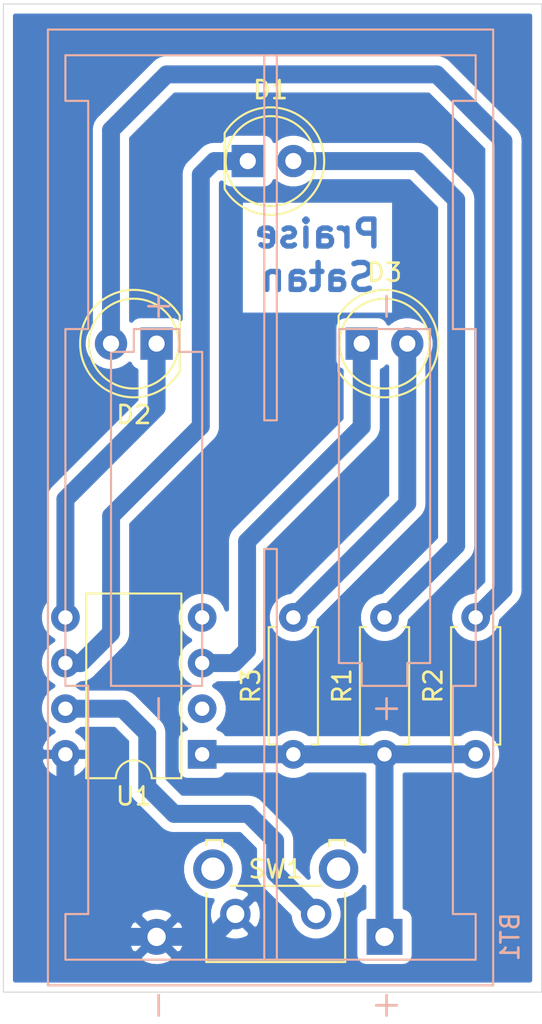
<source format=kicad_pcb>
(kicad_pcb (version 20171130) (host pcbnew 5.1.7-1.fc33)

  (general
    (thickness 1.6)
    (drawings 6)
    (tracks 46)
    (zones 0)
    (modules 9)
    (nets 12)
  )

  (page A4)
  (layers
    (0 F.Cu signal)
    (31 B.Cu signal)
    (32 B.Adhes user)
    (33 F.Adhes user)
    (34 B.Paste user)
    (35 F.Paste user)
    (36 B.SilkS user hide)
    (37 F.SilkS user)
    (38 B.Mask user)
    (39 F.Mask user)
    (40 Dwgs.User user)
    (41 Cmts.User user)
    (42 Eco1.User user)
    (43 Eco2.User user)
    (44 Edge.Cuts user)
    (45 Margin user)
    (46 B.CrtYd user)
    (47 F.CrtYd user)
    (48 B.Fab user)
    (49 F.Fab user)
  )

  (setup
    (last_trace_width 1)
    (trace_clearance 0.2)
    (zone_clearance 0.508)
    (zone_45_only no)
    (trace_min 0.2)
    (via_size 0.8)
    (via_drill 0.4)
    (via_min_size 0.4)
    (via_min_drill 0.3)
    (uvia_size 0.3)
    (uvia_drill 0.1)
    (uvias_allowed no)
    (uvia_min_size 0.2)
    (uvia_min_drill 0.1)
    (edge_width 0.05)
    (segment_width 0.2)
    (pcb_text_width 0.3)
    (pcb_text_size 1.5 1.5)
    (mod_edge_width 0.12)
    (mod_text_size 1 1)
    (mod_text_width 0.15)
    (pad_size 1.524 1.524)
    (pad_drill 0.762)
    (pad_to_mask_clearance 0)
    (aux_axis_origin 0 0)
    (visible_elements FFFFFF7F)
    (pcbplotparams
      (layerselection 0x010fc_ffffffff)
      (usegerberextensions false)
      (usegerberattributes true)
      (usegerberadvancedattributes true)
      (creategerberjobfile true)
      (excludeedgelayer true)
      (linewidth 0.100000)
      (plotframeref false)
      (viasonmask false)
      (mode 1)
      (useauxorigin false)
      (hpglpennumber 1)
      (hpglpenspeed 20)
      (hpglpendiameter 15.000000)
      (psnegative false)
      (psa4output false)
      (plotreference true)
      (plotvalue true)
      (plotinvisibletext false)
      (padsonsilk false)
      (subtractmaskfromsilk false)
      (outputformat 1)
      (mirror false)
      (drillshape 1)
      (scaleselection 1)
      (outputdirectory ""))
  )

  (net 0 "")
  (net 1 GND)
  (net 2 VCC)
  (net 3 "Net-(D1-Pad2)")
  (net 4 "Net-(D1-Pad1)")
  (net 5 "Net-(D2-Pad2)")
  (net 6 "Net-(D2-Pad1)")
  (net 7 "Net-(D3-Pad2)")
  (net 8 "Net-(D3-Pad1)")
  (net 9 "Net-(U1-Pad4)")
  (net 10 "Net-(U1-Pad2)")
  (net 11 "Net-(SW1-Pad1)")

  (net_class Default "This is the default net class."
    (clearance 0.2)
    (trace_width 1)
    (via_dia 0.8)
    (via_drill 0.4)
    (uvia_dia 0.3)
    (uvia_drill 0.1)
    (add_net GND)
    (add_net "Net-(D1-Pad1)")
    (add_net "Net-(D1-Pad2)")
    (add_net "Net-(D2-Pad1)")
    (add_net "Net-(D2-Pad2)")
    (add_net "Net-(D3-Pad1)")
    (add_net "Net-(D3-Pad2)")
    (add_net "Net-(SW1-Pad1)")
    (add_net "Net-(U1-Pad2)")
    (add_net "Net-(U1-Pad4)")
    (add_net VCC)
  )

  (module Battery:BatteryHolder_Keystone_2468_2xAAA (layer B.Cu) (tedit 5F7E3D5B) (tstamp 5F7E42D9)
    (at 121.2361 186.9238 90)
    (descr "2xAAA cell battery holder, Keystone P/N 2468, http://www.keyelco.com/product-pdf.cfm?p=1033")
    (tags "AAA battery cell holder")
    (path /5F8118D3)
    (fp_text reference BT1 (at 0 7 90) (layer B.SilkS)
      (effects (font (size 1 1) (thickness 0.15)) (justify mirror))
    )
    (fp_text value Battery (at 23.9 -7.35 90) (layer B.Fab)
      (effects (font (size 1 1) (thickness 0.15)) (justify mirror))
    )
    (fp_line (start 50.89 -19.15) (end 50.89 6.45) (layer B.CrtYd) (width 0.05))
    (fp_line (start -3.09 -19.15) (end 50.89 -19.15) (layer B.CrtYd) (width 0.05))
    (fp_line (start -3.09 6.45) (end -3.09 -19.15) (layer B.CrtYd) (width 0.05))
    (fp_line (start 50.89 6.45) (end -3.09 6.45) (layer B.CrtYd) (width 0.05))
    (fp_line (start 50.5 -18.75) (end 50.5 6.05) (layer B.SilkS) (width 0.12))
    (fp_line (start -2.7 -18.755) (end 50.5 -18.755) (layer B.SilkS) (width 0.12))
    (fp_line (start -2.7 6.05) (end -2.7 -18.75) (layer B.SilkS) (width 0.12))
    (fp_line (start 50.5 6.055) (end -2.7 6.055) (layer B.SilkS) (width 0.12))
    (fp_line (start 13.97 -15.24) (end 13.97 -10.16) (layer B.SilkS) (width 0.12))
    (fp_line (start 13.97 -10.16) (end 32.56 -10.16) (layer B.SilkS) (width 0.12))
    (fp_line (start 32.56 -10.16) (end 32.56 -11.43) (layer B.SilkS) (width 0.12))
    (fp_line (start 32.56 -11.43) (end 33.83 -11.43) (layer B.SilkS) (width 0.12))
    (fp_line (start 33.83 -11.43) (end 33.83 -13.97) (layer B.SilkS) (width 0.12))
    (fp_line (start 33.83 -13.97) (end 32.56 -13.97) (layer B.SilkS) (width 0.12))
    (fp_line (start 32.56 -13.97) (end 32.56 -15.24) (layer B.SilkS) (width 0.12))
    (fp_line (start 32.56 -15.24) (end 13.97 -15.24) (layer B.SilkS) (width 0.12))
    (fp_line (start 33.83 -2.54) (end 15.24 -2.54) (layer B.SilkS) (width 0.12))
    (fp_line (start 15.24 -2.54) (end 15.24 -1.27) (layer B.SilkS) (width 0.12))
    (fp_line (start 15.24 -1.27) (end 13.97 -1.27) (layer B.SilkS) (width 0.12))
    (fp_line (start 13.97 -1.27) (end 13.97 1.27) (layer B.SilkS) (width 0.12))
    (fp_line (start 13.97 1.27) (end 15.24 1.27) (layer B.SilkS) (width 0.12))
    (fp_line (start 15.24 1.27) (end 15.24 2.54) (layer B.SilkS) (width 0.12))
    (fp_line (start 15.24 2.54) (end 33.83 2.54) (layer B.SilkS) (width 0.12))
    (fp_line (start 33.83 2.54) (end 33.83 -2.54) (layer B.SilkS) (width 0.12))
    (fp_line (start -1.27 -6) (end 21.59 -6) (layer B.SilkS) (width 0.12))
    (fp_line (start 21.59 -6) (end 21.59 -6.7) (layer B.SilkS) (width 0.12))
    (fp_line (start 21.59 -6.7) (end -1.27 -6.7) (layer B.SilkS) (width 0.12))
    (fp_line (start 49.07 -6) (end 28.75 -6) (layer B.SilkS) (width 0.12))
    (fp_line (start 28.75 -6) (end 28.75 -6.7) (layer B.SilkS) (width 0.12))
    (fp_line (start 28.75 -6.7) (end 49.07 -6.7) (layer B.SilkS) (width 0.12))
    (fp_line (start 13.97 -16.51) (end 13.97 -17.78) (layer B.SilkS) (width 0.12))
    (fp_line (start 13.97 -17.78) (end 33.83 -17.78) (layer B.SilkS) (width 0.12))
    (fp_line (start 33.83 -17.78) (end 33.83 -16.51) (layer B.SilkS) (width 0.12))
    (fp_line (start 46.53 3.81) (end 33.83 3.81) (layer B.SilkS) (width 0.12))
    (fp_line (start 33.83 3.81) (end 33.83 5.08) (layer B.SilkS) (width 0.12))
    (fp_line (start 33.83 5.08) (end 13.97 5.08) (layer B.SilkS) (width 0.12))
    (fp_line (start 13.97 5.08) (end 13.97 3.81) (layer B.SilkS) (width 0.12))
    (fp_line (start 46.53 -16.51) (end 33.83 -16.51) (layer B.SilkS) (width 0.12))
    (fp_line (start 1.27 3.81) (end 13.97 3.81) (layer B.SilkS) (width 0.12))
    (fp_line (start 1.27 3.81) (end 1.27 5.08) (layer B.SilkS) (width 0.12))
    (fp_line (start 1.27 5.08) (end -1.27 5.08) (layer B.SilkS) (width 0.12))
    (fp_line (start -1.27 5.08) (end -1.27 -17.78) (layer B.SilkS) (width 0.12))
    (fp_line (start -1.27 -17.78) (end 1.27 -17.78) (layer B.SilkS) (width 0.12))
    (fp_line (start 1.27 -17.78) (end 1.27 -16.51) (layer B.SilkS) (width 0.12))
    (fp_line (start 1.27 -16.51) (end 13.97 -16.51) (layer B.SilkS) (width 0.12))
    (fp_line (start 49.07 5.08) (end 46.53 5.08) (layer B.SilkS) (width 0.12))
    (fp_line (start 46.53 5.08) (end 46.53 3.81) (layer B.SilkS) (width 0.12))
    (fp_line (start 49.07 5.08) (end 49.07 -17.78) (layer B.SilkS) (width 0.12))
    (fp_line (start 49.07 -17.78) (end 46.53 -17.78) (layer B.SilkS) (width 0.12))
    (fp_line (start 46.53 -17.78) (end 46.53 -16.51) (layer B.SilkS) (width 0.12))
    (fp_line (start -2.59 -18.645) (end -2.59 5.945) (layer B.Fab) (width 0.1))
    (fp_line (start 50.39 -18.645) (end 50.39 5.945) (layer B.Fab) (width 0.1))
    (fp_line (start -2.59 -18.645) (end 50.39 -18.645) (layer B.Fab) (width 0.1))
    (fp_line (start -2.59 5.945) (end 50.39 5.945) (layer B.Fab) (width 0.1))
    (fp_text user + (at 35.1 -12.7 90) (layer B.SilkS)
      (effects (font (size 1.5 1.5) (thickness 0.15)) (justify mirror))
    )
    (fp_text user - (at 12.7 -12.7 90) (layer B.SilkS)
      (effects (font (size 1.5 1.5) (thickness 0.15)) (justify mirror))
    )
    (fp_text user - (at 35.1 0 90) (layer B.SilkS)
      (effects (font (size 1.5 1.5) (thickness 0.15)) (justify mirror))
    )
    (fp_text user + (at 12.7 0 90) (layer B.SilkS)
      (effects (font (size 1.5 1.5) (thickness 0.15)) (justify mirror))
    )
    (fp_text user - (at -3.81 -12.7 90) (layer B.SilkS)
      (effects (font (size 1.5 1.5) (thickness 0.15)) (justify mirror))
    )
    (fp_text user + (at -3.81 0 90) (layer B.SilkS)
      (effects (font (size 1.5 1.5) (thickness 0.15)) (justify mirror))
    )
    (fp_text user %R (at 23.9 -5.35 90) (layer B.Fab)
      (effects (font (size 1 1) (thickness 0.15)) (justify mirror))
    )
    (pad 2 thru_hole circle (at 0 -12.7 90) (size 2 2) (drill 1.02) (layers *.Cu *.Mask)
      (net 1 GND))
    (pad 1 thru_hole rect (at 0 0 90) (size 2 2) (drill 1.02) (layers *.Cu *.Mask)
      (net 2 VCC))
    (model ${KISYS3DMOD}/Battery.3dshapes/BatteryHolder_Keystone_2468_2xAAA.wrl
      (at (xyz 0 0 0))
      (scale (xyz 1 1 1))
      (rotate (xyz 0 0 0))
    )
  )

  (module Package_DIP:DIP-8_W7.62mm (layer F.Cu) (tedit 5A02E8C5) (tstamp 5F7E421F)
    (at 111.0761 176.7638 180)
    (descr "8-lead though-hole mounted DIP package, row spacing 7.62 mm (300 mils)")
    (tags "THT DIP DIL PDIP 2.54mm 7.62mm 300mil")
    (path /5F7E3D0D)
    (fp_text reference U1 (at 3.81 -2.33) (layer F.SilkS)
      (effects (font (size 1 1) (thickness 0.15)))
    )
    (fp_text value PIC12F1822-IP (at 3.81 9.95) (layer F.Fab)
      (effects (font (size 1 1) (thickness 0.15)))
    )
    (fp_line (start 8.7 -1.55) (end -1.1 -1.55) (layer F.CrtYd) (width 0.05))
    (fp_line (start 8.7 9.15) (end 8.7 -1.55) (layer F.CrtYd) (width 0.05))
    (fp_line (start -1.1 9.15) (end 8.7 9.15) (layer F.CrtYd) (width 0.05))
    (fp_line (start -1.1 -1.55) (end -1.1 9.15) (layer F.CrtYd) (width 0.05))
    (fp_line (start 6.46 -1.33) (end 4.81 -1.33) (layer F.SilkS) (width 0.12))
    (fp_line (start 6.46 8.95) (end 6.46 -1.33) (layer F.SilkS) (width 0.12))
    (fp_line (start 1.16 8.95) (end 6.46 8.95) (layer F.SilkS) (width 0.12))
    (fp_line (start 1.16 -1.33) (end 1.16 8.95) (layer F.SilkS) (width 0.12))
    (fp_line (start 2.81 -1.33) (end 1.16 -1.33) (layer F.SilkS) (width 0.12))
    (fp_line (start 0.635 -0.27) (end 1.635 -1.27) (layer F.Fab) (width 0.1))
    (fp_line (start 0.635 8.89) (end 0.635 -0.27) (layer F.Fab) (width 0.1))
    (fp_line (start 6.985 8.89) (end 0.635 8.89) (layer F.Fab) (width 0.1))
    (fp_line (start 6.985 -1.27) (end 6.985 8.89) (layer F.Fab) (width 0.1))
    (fp_line (start 1.635 -1.27) (end 6.985 -1.27) (layer F.Fab) (width 0.1))
    (fp_text user %R (at 3.81 3.81) (layer F.Fab)
      (effects (font (size 1 1) (thickness 0.15)))
    )
    (fp_arc (start 3.81 -1.33) (end 2.81 -1.33) (angle -180) (layer F.SilkS) (width 0.12))
    (pad 8 thru_hole oval (at 7.62 0 180) (size 1.6 1.6) (drill 0.8) (layers *.Cu *.Mask)
      (net 1 GND))
    (pad 4 thru_hole oval (at 0 7.62 180) (size 1.6 1.6) (drill 0.8) (layers *.Cu *.Mask)
      (net 9 "Net-(U1-Pad4)"))
    (pad 7 thru_hole oval (at 7.62 2.54 180) (size 1.6 1.6) (drill 0.8) (layers *.Cu *.Mask)
      (net 11 "Net-(SW1-Pad1)"))
    (pad 3 thru_hole oval (at 0 5.08 180) (size 1.6 1.6) (drill 0.8) (layers *.Cu *.Mask)
      (net 8 "Net-(D3-Pad1)"))
    (pad 6 thru_hole oval (at 7.62 5.08 180) (size 1.6 1.6) (drill 0.8) (layers *.Cu *.Mask)
      (net 4 "Net-(D1-Pad1)"))
    (pad 2 thru_hole oval (at 0 2.54 180) (size 1.6 1.6) (drill 0.8) (layers *.Cu *.Mask)
      (net 10 "Net-(U1-Pad2)"))
    (pad 5 thru_hole oval (at 7.62 7.62 180) (size 1.6 1.6) (drill 0.8) (layers *.Cu *.Mask)
      (net 6 "Net-(D2-Pad1)"))
    (pad 1 thru_hole rect (at 0 0 180) (size 1.6 1.6) (drill 0.8) (layers *.Cu *.Mask)
      (net 2 VCC))
    (model ${KISYS3DMOD}/Package_DIP.3dshapes/DIP-8_W7.62mm.wrl
      (at (xyz 0 0 0))
      (scale (xyz 1 1 1))
      (rotate (xyz 0 0 0))
    )
  )

  (module Button_Switch_THT:SW_Tactile_SKHH_Angled (layer F.Cu) (tedit 5DD687FE) (tstamp 5F7EA6F5)
    (at 117.4261 185.6538 180)
    (descr "tactile switch 6mm ALPS SKHH right angle http://www.alps.com/prod/info/E/HTML/Tact/SnapIn/SKHH/SKHHLUA010.html")
    (tags "tactile switch 6mm ALPS SKHH right angle")
    (path /5F7E4C21)
    (fp_text reference SW1 (at 2.25 2.5) (layer F.SilkS)
      (effects (font (size 1 1) (thickness 0.15)))
    )
    (fp_text value SW_Push (at 2.25 5.09) (layer F.Fab)
      (effects (font (size 1 1) (thickness 0.15)))
    )
    (fp_line (start -1.62 3.82) (end -1.62 4.12) (layer F.SilkS) (width 0.12))
    (fp_line (start -0.73 4.12) (end -0.73 3.77) (layer F.SilkS) (width 0.12))
    (fp_line (start -0.73 4.12) (end -1.62 4.12) (layer F.SilkS) (width 0.12))
    (fp_line (start -0.24 1.57) (end 4.74 1.57) (layer F.SilkS) (width 0.12))
    (fp_line (start -1.62 -2.67) (end -1.62 1.18) (layer F.SilkS) (width 0.12))
    (fp_line (start 6.12 -2.67) (end -1.62 -2.67) (layer F.SilkS) (width 0.12))
    (fp_line (start 6.12 1.18) (end 6.12 -2.67) (layer F.SilkS) (width 0.12))
    (fp_line (start 3.9 -2.55) (end 3.9 -5.85) (layer F.Fab) (width 0.1))
    (fp_line (start 0.6 -2.55) (end 0.6 -5.85) (layer F.Fab) (width 0.1))
    (fp_line (start 6 -2.55) (end -1.5 -2.55) (layer F.Fab) (width 0.1))
    (fp_line (start -0.85 1.45) (end -0.85 4) (layer F.Fab) (width 0.1))
    (fp_line (start 5.35 1.45) (end 5.35 4) (layer F.Fab) (width 0.1))
    (fp_line (start 5.35 1.45) (end -0.85 1.45) (layer F.Fab) (width 0.1))
    (fp_line (start -1.5 4) (end -1.5 -2.55) (layer F.Fab) (width 0.1))
    (fp_line (start -0.85 4) (end -1.5 4) (layer F.Fab) (width 0.1))
    (fp_line (start 6 4) (end 5.35 4) (layer F.Fab) (width 0.1))
    (fp_line (start 6 -2.55) (end 6 4) (layer F.Fab) (width 0.1))
    (fp_line (start 0.6 -5.85) (end 3.9 -5.85) (layer F.Fab) (width 0.1))
    (fp_line (start 4.4 1.7) (end 4.4 4.25) (layer F.CrtYd) (width 0.05))
    (fp_line (start 0.1 4.25) (end 0.1 1.7) (layer F.CrtYd) (width 0.05))
    (fp_line (start 0.35 -2.8) (end -1.75 -2.8) (layer F.CrtYd) (width 0.05))
    (fp_line (start 0.35 -6.1) (end 0.35 -2.8) (layer F.CrtYd) (width 0.05))
    (fp_line (start 4.15 -6.1) (end 0.35 -6.1) (layer F.CrtYd) (width 0.05))
    (fp_line (start 4.15 -2.8) (end 4.15 -6.1) (layer F.CrtYd) (width 0.05))
    (fp_line (start 6.25 -2.8) (end 4.15 -2.8) (layer F.CrtYd) (width 0.05))
    (fp_line (start 0.1 1.7) (end 4.4 1.7) (layer F.CrtYd) (width 0.05))
    (fp_line (start 6.25 1.1) (end 6.25 -2.8) (layer F.CrtYd) (width 0.05))
    (fp_line (start 7.1 1.1) (end 6.25 1.1) (layer F.CrtYd) (width 0.05))
    (fp_line (start 7.1 4.25) (end 7.1 1.1) (layer F.CrtYd) (width 0.05))
    (fp_line (start 4.4 4.25) (end 7.1 4.25) (layer F.CrtYd) (width 0.05))
    (fp_line (start -1.75 1.15) (end -1.75 -2.8) (layer F.CrtYd) (width 0.05))
    (fp_line (start -2.6 1.15) (end -1.75 1.15) (layer F.CrtYd) (width 0.05))
    (fp_line (start -2.6 4.25) (end -2.6 1.15) (layer F.CrtYd) (width 0.05))
    (fp_line (start 0.1 4.25) (end -2.6 4.25) (layer F.CrtYd) (width 0.05))
    (fp_line (start 6.12 3.82) (end 6.12 4.12) (layer F.SilkS) (width 0.12))
    (fp_line (start 6.12 4.12) (end 5.23 4.12) (layer F.SilkS) (width 0.12))
    (fp_line (start 5.23 4.12) (end 5.23 3.77) (layer F.SilkS) (width 0.12))
    (fp_text user %R (at 2.25 -1.5) (layer F.Fab)
      (effects (font (size 1 1) (thickness 0.15)))
    )
    (pad 1 thru_hole circle (at 0 0) (size 1.7 1.7) (drill 1) (layers *.Cu *.Mask)
      (net 11 "Net-(SW1-Pad1)"))
    (pad 2 thru_hole circle (at 4.5 0) (size 1.7 1.7) (drill 1) (layers *.Cu *.Mask)
      (net 1 GND))
    (pad "" thru_hole circle (at -1.25 2.5) (size 2.2 2.2) (drill 1.3) (layers *.Cu *.Mask))
    (pad "" thru_hole circle (at 5.75 2.5) (size 2.2 2.2) (drill 1.3) (layers *.Cu *.Mask))
    (model ${KISYS3DMOD}/Button_Switch_THT.3dshapes/SW_Tactile_SKHH_Angled.wrl
      (at (xyz 0 0 0))
      (scale (xyz 1 1 1))
      (rotate (xyz 0 0 0))
    )
  )

  (module Resistor_THT:R_Axial_DIN0207_L6.3mm_D2.5mm_P7.62mm_Horizontal (layer F.Cu) (tedit 5AE5139B) (tstamp 5F7E41D2)
    (at 116.1561 176.7638 90)
    (descr "Resistor, Axial_DIN0207 series, Axial, Horizontal, pin pitch=7.62mm, 0.25W = 1/4W, length*diameter=6.3*2.5mm^2, http://cdn-reichelt.de/documents/datenblatt/B400/1_4W%23YAG.pdf")
    (tags "Resistor Axial_DIN0207 series Axial Horizontal pin pitch 7.62mm 0.25W = 1/4W length 6.3mm diameter 2.5mm")
    (path /5F7F2456)
    (fp_text reference R3 (at 3.81 -2.37 90) (layer F.SilkS)
      (effects (font (size 1 1) (thickness 0.15)))
    )
    (fp_text value 150R (at 3.81 2.37 90) (layer F.Fab)
      (effects (font (size 1 1) (thickness 0.15)))
    )
    (fp_line (start 8.67 -1.5) (end -1.05 -1.5) (layer F.CrtYd) (width 0.05))
    (fp_line (start 8.67 1.5) (end 8.67 -1.5) (layer F.CrtYd) (width 0.05))
    (fp_line (start -1.05 1.5) (end 8.67 1.5) (layer F.CrtYd) (width 0.05))
    (fp_line (start -1.05 -1.5) (end -1.05 1.5) (layer F.CrtYd) (width 0.05))
    (fp_line (start 7.08 1.37) (end 7.08 1.04) (layer F.SilkS) (width 0.12))
    (fp_line (start 0.54 1.37) (end 7.08 1.37) (layer F.SilkS) (width 0.12))
    (fp_line (start 0.54 1.04) (end 0.54 1.37) (layer F.SilkS) (width 0.12))
    (fp_line (start 7.08 -1.37) (end 7.08 -1.04) (layer F.SilkS) (width 0.12))
    (fp_line (start 0.54 -1.37) (end 7.08 -1.37) (layer F.SilkS) (width 0.12))
    (fp_line (start 0.54 -1.04) (end 0.54 -1.37) (layer F.SilkS) (width 0.12))
    (fp_line (start 7.62 0) (end 6.96 0) (layer F.Fab) (width 0.1))
    (fp_line (start 0 0) (end 0.66 0) (layer F.Fab) (width 0.1))
    (fp_line (start 6.96 -1.25) (end 0.66 -1.25) (layer F.Fab) (width 0.1))
    (fp_line (start 6.96 1.25) (end 6.96 -1.25) (layer F.Fab) (width 0.1))
    (fp_line (start 0.66 1.25) (end 6.96 1.25) (layer F.Fab) (width 0.1))
    (fp_line (start 0.66 -1.25) (end 0.66 1.25) (layer F.Fab) (width 0.1))
    (fp_text user %R (at 3.81 0 90) (layer F.Fab)
      (effects (font (size 1 1) (thickness 0.15)))
    )
    (pad 2 thru_hole oval (at 7.62 0 90) (size 1.6 1.6) (drill 0.8) (layers *.Cu *.Mask)
      (net 7 "Net-(D3-Pad2)"))
    (pad 1 thru_hole circle (at 0 0 90) (size 1.6 1.6) (drill 0.8) (layers *.Cu *.Mask)
      (net 2 VCC))
    (model ${KISYS3DMOD}/Resistor_THT.3dshapes/R_Axial_DIN0207_L6.3mm_D2.5mm_P7.62mm_Horizontal.wrl
      (at (xyz 0 0 0))
      (scale (xyz 1 1 1))
      (rotate (xyz 0 0 0))
    )
  )

  (module Resistor_THT:R_Axial_DIN0207_L6.3mm_D2.5mm_P7.62mm_Horizontal (layer F.Cu) (tedit 5AE5139B) (tstamp 5F7E4190)
    (at 126.3161 176.7638 90)
    (descr "Resistor, Axial_DIN0207 series, Axial, Horizontal, pin pitch=7.62mm, 0.25W = 1/4W, length*diameter=6.3*2.5mm^2, http://cdn-reichelt.de/documents/datenblatt/B400/1_4W%23YAG.pdf")
    (tags "Resistor Axial_DIN0207 series Axial Horizontal pin pitch 7.62mm 0.25W = 1/4W length 6.3mm diameter 2.5mm")
    (path /5F7E6636)
    (fp_text reference R2 (at 3.81 -2.37 90) (layer F.SilkS)
      (effects (font (size 1 1) (thickness 0.15)))
    )
    (fp_text value 150R (at 3.81 2.37 90) (layer F.Fab)
      (effects (font (size 1 1) (thickness 0.15)))
    )
    (fp_line (start 8.67 -1.5) (end -1.05 -1.5) (layer F.CrtYd) (width 0.05))
    (fp_line (start 8.67 1.5) (end 8.67 -1.5) (layer F.CrtYd) (width 0.05))
    (fp_line (start -1.05 1.5) (end 8.67 1.5) (layer F.CrtYd) (width 0.05))
    (fp_line (start -1.05 -1.5) (end -1.05 1.5) (layer F.CrtYd) (width 0.05))
    (fp_line (start 7.08 1.37) (end 7.08 1.04) (layer F.SilkS) (width 0.12))
    (fp_line (start 0.54 1.37) (end 7.08 1.37) (layer F.SilkS) (width 0.12))
    (fp_line (start 0.54 1.04) (end 0.54 1.37) (layer F.SilkS) (width 0.12))
    (fp_line (start 7.08 -1.37) (end 7.08 -1.04) (layer F.SilkS) (width 0.12))
    (fp_line (start 0.54 -1.37) (end 7.08 -1.37) (layer F.SilkS) (width 0.12))
    (fp_line (start 0.54 -1.04) (end 0.54 -1.37) (layer F.SilkS) (width 0.12))
    (fp_line (start 7.62 0) (end 6.96 0) (layer F.Fab) (width 0.1))
    (fp_line (start 0 0) (end 0.66 0) (layer F.Fab) (width 0.1))
    (fp_line (start 6.96 -1.25) (end 0.66 -1.25) (layer F.Fab) (width 0.1))
    (fp_line (start 6.96 1.25) (end 6.96 -1.25) (layer F.Fab) (width 0.1))
    (fp_line (start 0.66 1.25) (end 6.96 1.25) (layer F.Fab) (width 0.1))
    (fp_line (start 0.66 -1.25) (end 0.66 1.25) (layer F.Fab) (width 0.1))
    (fp_text user %R (at 3.81 0 90) (layer F.Fab)
      (effects (font (size 1 1) (thickness 0.15)))
    )
    (pad 2 thru_hole oval (at 7.62 0 90) (size 1.6 1.6) (drill 0.8) (layers *.Cu *.Mask)
      (net 5 "Net-(D2-Pad2)"))
    (pad 1 thru_hole circle (at 0 0 90) (size 1.6 1.6) (drill 0.8) (layers *.Cu *.Mask)
      (net 2 VCC))
    (model ${KISYS3DMOD}/Resistor_THT.3dshapes/R_Axial_DIN0207_L6.3mm_D2.5mm_P7.62mm_Horizontal.wrl
      (at (xyz 0 0 0))
      (scale (xyz 1 1 1))
      (rotate (xyz 0 0 0))
    )
  )

  (module Resistor_THT:R_Axial_DIN0207_L6.3mm_D2.5mm_P7.62mm_Horizontal (layer F.Cu) (tedit 5AE5139B) (tstamp 5F7E4112)
    (at 121.2361 176.7638 90)
    (descr "Resistor, Axial_DIN0207 series, Axial, Horizontal, pin pitch=7.62mm, 0.25W = 1/4W, length*diameter=6.3*2.5mm^2, http://cdn-reichelt.de/documents/datenblatt/B400/1_4W%23YAG.pdf")
    (tags "Resistor Axial_DIN0207 series Axial Horizontal pin pitch 7.62mm 0.25W = 1/4W length 6.3mm diameter 2.5mm")
    (path /5F7F0AAE)
    (fp_text reference R1 (at 3.81 -2.37 90) (layer F.SilkS)
      (effects (font (size 1 1) (thickness 0.15)))
    )
    (fp_text value 150R (at 3.81 2.37 90) (layer F.Fab)
      (effects (font (size 1 1) (thickness 0.15)))
    )
    (fp_line (start 8.67 -1.5) (end -1.05 -1.5) (layer F.CrtYd) (width 0.05))
    (fp_line (start 8.67 1.5) (end 8.67 -1.5) (layer F.CrtYd) (width 0.05))
    (fp_line (start -1.05 1.5) (end 8.67 1.5) (layer F.CrtYd) (width 0.05))
    (fp_line (start -1.05 -1.5) (end -1.05 1.5) (layer F.CrtYd) (width 0.05))
    (fp_line (start 7.08 1.37) (end 7.08 1.04) (layer F.SilkS) (width 0.12))
    (fp_line (start 0.54 1.37) (end 7.08 1.37) (layer F.SilkS) (width 0.12))
    (fp_line (start 0.54 1.04) (end 0.54 1.37) (layer F.SilkS) (width 0.12))
    (fp_line (start 7.08 -1.37) (end 7.08 -1.04) (layer F.SilkS) (width 0.12))
    (fp_line (start 0.54 -1.37) (end 7.08 -1.37) (layer F.SilkS) (width 0.12))
    (fp_line (start 0.54 -1.04) (end 0.54 -1.37) (layer F.SilkS) (width 0.12))
    (fp_line (start 7.62 0) (end 6.96 0) (layer F.Fab) (width 0.1))
    (fp_line (start 0 0) (end 0.66 0) (layer F.Fab) (width 0.1))
    (fp_line (start 6.96 -1.25) (end 0.66 -1.25) (layer F.Fab) (width 0.1))
    (fp_line (start 6.96 1.25) (end 6.96 -1.25) (layer F.Fab) (width 0.1))
    (fp_line (start 0.66 1.25) (end 6.96 1.25) (layer F.Fab) (width 0.1))
    (fp_line (start 0.66 -1.25) (end 0.66 1.25) (layer F.Fab) (width 0.1))
    (fp_text user %R (at 3.81 0 90) (layer F.Fab)
      (effects (font (size 1 1) (thickness 0.15)))
    )
    (pad 2 thru_hole oval (at 7.62 0 90) (size 1.6 1.6) (drill 0.8) (layers *.Cu *.Mask)
      (net 3 "Net-(D1-Pad2)"))
    (pad 1 thru_hole circle (at 0 0 90) (size 1.6 1.6) (drill 0.8) (layers *.Cu *.Mask)
      (net 2 VCC))
    (model ${KISYS3DMOD}/Resistor_THT.3dshapes/R_Axial_DIN0207_L6.3mm_D2.5mm_P7.62mm_Horizontal.wrl
      (at (xyz 0 0 0))
      (scale (xyz 1 1 1))
      (rotate (xyz 0 0 0))
    )
  )

  (module LED_THT:LED_D5.0mm (layer F.Cu) (tedit 5995936A) (tstamp 5F7E436E)
    (at 119.9661 153.9038)
    (descr "LED, diameter 5.0mm, 2 pins, http://cdn-reichelt.de/documents/datenblatt/A500/LL-504BC2E-009.pdf")
    (tags "LED diameter 5.0mm 2 pins")
    (path /5F7F23BE)
    (fp_text reference D3 (at 1.27 -3.96) (layer F.SilkS)
      (effects (font (size 1 1) (thickness 0.15)))
    )
    (fp_text value LED_Small (at 1.27 3.96) (layer F.Fab)
      (effects (font (size 1 1) (thickness 0.15)))
    )
    (fp_line (start 4.5 -3.25) (end -1.95 -3.25) (layer F.CrtYd) (width 0.05))
    (fp_line (start 4.5 3.25) (end 4.5 -3.25) (layer F.CrtYd) (width 0.05))
    (fp_line (start -1.95 3.25) (end 4.5 3.25) (layer F.CrtYd) (width 0.05))
    (fp_line (start -1.95 -3.25) (end -1.95 3.25) (layer F.CrtYd) (width 0.05))
    (fp_line (start -1.29 -1.545) (end -1.29 1.545) (layer F.SilkS) (width 0.12))
    (fp_line (start -1.23 -1.469694) (end -1.23 1.469694) (layer F.Fab) (width 0.1))
    (fp_circle (center 1.27 0) (end 3.77 0) (layer F.SilkS) (width 0.12))
    (fp_circle (center 1.27 0) (end 3.77 0) (layer F.Fab) (width 0.1))
    (fp_text user %R (at 1.25 0) (layer F.Fab)
      (effects (font (size 0.8 0.8) (thickness 0.2)))
    )
    (fp_arc (start 1.27 0) (end -1.29 1.54483) (angle -148.9) (layer F.SilkS) (width 0.12))
    (fp_arc (start 1.27 0) (end -1.29 -1.54483) (angle 148.9) (layer F.SilkS) (width 0.12))
    (fp_arc (start 1.27 0) (end -1.23 -1.469694) (angle 299.1) (layer F.Fab) (width 0.1))
    (pad 2 thru_hole circle (at 2.54 0) (size 1.8 1.8) (drill 0.9) (layers *.Cu *.Mask)
      (net 7 "Net-(D3-Pad2)"))
    (pad 1 thru_hole rect (at 0 0) (size 1.8 1.8) (drill 0.9) (layers *.Cu *.Mask)
      (net 8 "Net-(D3-Pad1)"))
    (model ${KISYS3DMOD}/LED_THT.3dshapes/LED_D5.0mm.wrl
      (at (xyz 0 0 0))
      (scale (xyz 1 1 1))
      (rotate (xyz 0 0 0))
    )
  )

  (module LED_THT:LED_D5.0mm (layer F.Cu) (tedit 5995936A) (tstamp 5F7E4272)
    (at 108.5361 153.9038 180)
    (descr "LED, diameter 5.0mm, 2 pins, http://cdn-reichelt.de/documents/datenblatt/A500/LL-504BC2E-009.pdf")
    (tags "LED diameter 5.0mm 2 pins")
    (path /5F7E8A30)
    (fp_text reference D2 (at 1.27 -3.96) (layer F.SilkS)
      (effects (font (size 1 1) (thickness 0.15)))
    )
    (fp_text value LED_Small (at 1.27 3.96) (layer F.Fab)
      (effects (font (size 1 1) (thickness 0.15)))
    )
    (fp_line (start 4.5 -3.25) (end -1.95 -3.25) (layer F.CrtYd) (width 0.05))
    (fp_line (start 4.5 3.25) (end 4.5 -3.25) (layer F.CrtYd) (width 0.05))
    (fp_line (start -1.95 3.25) (end 4.5 3.25) (layer F.CrtYd) (width 0.05))
    (fp_line (start -1.95 -3.25) (end -1.95 3.25) (layer F.CrtYd) (width 0.05))
    (fp_line (start -1.29 -1.545) (end -1.29 1.545) (layer F.SilkS) (width 0.12))
    (fp_line (start -1.23 -1.469694) (end -1.23 1.469694) (layer F.Fab) (width 0.1))
    (fp_circle (center 1.27 0) (end 3.77 0) (layer F.SilkS) (width 0.12))
    (fp_circle (center 1.27 0) (end 3.77 0) (layer F.Fab) (width 0.1))
    (fp_text user %R (at 1.25 0) (layer F.Fab)
      (effects (font (size 0.8 0.8) (thickness 0.2)))
    )
    (fp_arc (start 1.27 0) (end -1.29 1.54483) (angle -148.9) (layer F.SilkS) (width 0.12))
    (fp_arc (start 1.27 0) (end -1.29 -1.54483) (angle 148.9) (layer F.SilkS) (width 0.12))
    (fp_arc (start 1.27 0) (end -1.23 -1.469694) (angle 299.1) (layer F.Fab) (width 0.1))
    (pad 2 thru_hole circle (at 2.54 0 180) (size 1.8 1.8) (drill 0.9) (layers *.Cu *.Mask)
      (net 5 "Net-(D2-Pad2)"))
    (pad 1 thru_hole rect (at 0 0 180) (size 1.8 1.8) (drill 0.9) (layers *.Cu *.Mask)
      (net 6 "Net-(D2-Pad1)"))
    (model ${KISYS3DMOD}/LED_THT.3dshapes/LED_D5.0mm.wrl
      (at (xyz 0 0 0))
      (scale (xyz 1 1 1))
      (rotate (xyz 0 0 0))
    )
  )

  (module LED_THT:LED_D5.0mm (layer F.Cu) (tedit 5995936A) (tstamp 5F7E414F)
    (at 113.6161 143.7438)
    (descr "LED, diameter 5.0mm, 2 pins, http://cdn-reichelt.de/documents/datenblatt/A500/LL-504BC2E-009.pdf")
    (tags "LED diameter 5.0mm 2 pins")
    (path /5F7F0A3E)
    (fp_text reference D1 (at 1.27 -3.96) (layer F.SilkS)
      (effects (font (size 1 1) (thickness 0.15)))
    )
    (fp_text value LED_Small (at 1.27 3.96) (layer F.Fab)
      (effects (font (size 1 1) (thickness 0.15)))
    )
    (fp_line (start 4.5 -3.25) (end -1.95 -3.25) (layer F.CrtYd) (width 0.05))
    (fp_line (start 4.5 3.25) (end 4.5 -3.25) (layer F.CrtYd) (width 0.05))
    (fp_line (start -1.95 3.25) (end 4.5 3.25) (layer F.CrtYd) (width 0.05))
    (fp_line (start -1.95 -3.25) (end -1.95 3.25) (layer F.CrtYd) (width 0.05))
    (fp_line (start -1.29 -1.545) (end -1.29 1.545) (layer F.SilkS) (width 0.12))
    (fp_line (start -1.23 -1.469694) (end -1.23 1.469694) (layer F.Fab) (width 0.1))
    (fp_circle (center 1.27 0) (end 3.77 0) (layer F.SilkS) (width 0.12))
    (fp_circle (center 1.27 0) (end 3.77 0) (layer F.Fab) (width 0.1))
    (fp_text user %R (at 1.25 0) (layer F.Fab)
      (effects (font (size 0.8 0.8) (thickness 0.2)))
    )
    (fp_arc (start 1.27 0) (end -1.29 1.54483) (angle -148.9) (layer F.SilkS) (width 0.12))
    (fp_arc (start 1.27 0) (end -1.29 -1.54483) (angle 148.9) (layer F.SilkS) (width 0.12))
    (fp_arc (start 1.27 0) (end -1.23 -1.469694) (angle 299.1) (layer F.Fab) (width 0.1))
    (pad 2 thru_hole circle (at 2.54 0) (size 1.8 1.8) (drill 0.9) (layers *.Cu *.Mask)
      (net 3 "Net-(D1-Pad2)"))
    (pad 1 thru_hole rect (at 0 0) (size 1.8 1.8) (drill 0.9) (layers *.Cu *.Mask)
      (net 4 "Net-(D1-Pad1)"))
    (model ${KISYS3DMOD}/LED_THT.3dshapes/LED_D5.0mm.wrl
      (at (xyz 0 0 0))
      (scale (xyz 1 1 1))
      (rotate (xyz 0 0 0))
    )
  )

  (gr_text "Praise\nSatan" (at 117.5 149) (layer B.Cu)
    (effects (font (size 1.5 1.5) (thickness 0.3)) (justify mirror))
  )
  (gr_line (start 100 190) (end 130 190) (layer Edge.Cuts) (width 0.05) (tstamp 5F7E4FF5))
  (gr_line (start 130 135) (end 130 190) (layer Edge.Cuts) (width 0.05) (tstamp 5F7E4FEF))
  (gr_line (start 100 135) (end 100 190) (layer Edge.Cuts) (width 0.05) (tstamp 5F7E4FEB))
  (gr_line (start 100 135) (end 130 135) (layer Edge.Cuts) (width 0.05))
  (gr_circle (center 114.8861 149.8538) (end 129.8861 149.8538) (layer Dwgs.User) (width 0.15) (tstamp 5F7E4175))

  (segment (start 103.4561 176.7638) (end 103.4561 185.2474) (width 1) (layer B.Cu) (net 1) (tstamp 5F7E4172))
  (segment (start 105.1325 186.9238) (end 108.5361 186.9238) (width 1) (layer B.Cu) (net 1) (tstamp 5F7E43A0))
  (segment (start 103.4561 185.2474) (end 105.1325 186.9238) (width 1) (layer B.Cu) (net 1) (tstamp 5F7E4295))
  (segment (start 111.6561 186.9238) (end 112.9261 185.6538) (width 1) (layer B.Cu) (net 1) (tstamp 5F7E439A))
  (segment (start 108.5361 186.9238) (end 111.6561 186.9238) (width 1) (layer B.Cu) (net 1) (tstamp 5F7E40E2))
  (segment (start 115.537098 176.7638) (end 111.0761 176.7638) (width 0.5) (layer B.Cu) (net 2) (tstamp 5F7E41FF))
  (segment (start 121.2361 186.9238) (end 121.2361 176.7638) (width 1) (layer B.Cu) (net 2) (tstamp 5F7E40E8))
  (segment (start 121.2361 176.7638) (end 126.3161 176.7638) (width 1) (layer B.Cu) (net 2) (tstamp 5F7E40B2))
  (segment (start 121.2361 176.7638) (end 116.1561 176.7638) (width 1) (layer B.Cu) (net 2) (tstamp 5F7E4178))
  (segment (start 116.1561 176.7638) (end 111.0761 176.7638) (width 1) (layer B.Cu) (net 2) (tstamp 5F7E40CD))
  (segment (start 123.0776 143.7438) (end 116.1561 143.7438) (width 1) (layer B.Cu) (net 3) (tstamp 5F7E40A3))
  (segment (start 125.23025 145.89645) (end 123.0776 143.7438) (width 1) (layer B.Cu) (net 3) (tstamp 5F7E40F7))
  (segment (start 125.23025 165.14965) (end 125.23025 145.89645) (width 1) (layer B.Cu) (net 3) (tstamp 5F7E40D3))
  (segment (start 121.2361 169.1438) (end 125.23025 165.14965) (width 1) (layer B.Cu) (net 3) (tstamp 5F7E40D0))
  (segment (start 113.6161 143.7438) (end 111.7562 143.7438) (width 1) (layer B.Cu) (net 4))
  (segment (start 111.7562 143.7438) (end 111 144.5) (width 1) (layer B.Cu) (net 4))
  (segment (start 111 144.5) (end 111 158.5) (width 1) (layer B.Cu) (net 4))
  (segment (start 111 158.5) (end 106 163.5) (width 1) (layer B.Cu) (net 4))
  (segment (start 106 170) (end 104.3162 171.6838) (width 1) (layer B.Cu) (net 4))
  (segment (start 106 163.5) (end 106 170) (width 1) (layer B.Cu) (net 4))
  (segment (start 103.4561 171.6838) (end 104.3162 171.6838) (width 1) (layer B.Cu) (net 4))
  (segment (start 105.9961 142.0166) (end 105.9961 153.9038) (width 1) (layer B.Cu) (net 5))
  (segment (start 109.0949 138.9178) (end 105.9961 142.0166) (width 1) (layer B.Cu) (net 5))
  (segment (start 124.1444 138.9178) (end 109.0949 138.9178) (width 1) (layer B.Cu) (net 5))
  (segment (start 127.8633 167.5966) (end 127.8633 142.6367) (width 1) (layer B.Cu) (net 5))
  (segment (start 126.3161 169.1438) (end 127.8633 167.5966) (width 1) (layer B.Cu) (net 5))
  (segment (start 127.8633 142.6367) (end 124.1444 138.9178) (width 1) (layer B.Cu) (net 5))
  (segment (start 108.5361 157.4852) (end 103.4561 162.5652) (width 1) (layer B.Cu) (net 6) (tstamp 5F7E4256))
  (segment (start 108.5361 153.9038) (end 108.5361 157.4852) (width 1) (layer B.Cu) (net 6) (tstamp 5F7E40F1))
  (segment (start 103.4561 169.1438) (end 103.4561 162.5652) (width 1) (layer B.Cu) (net 6) (tstamp 5F7E439D))
  (segment (start 116.1561 169.1438) (end 122.3664 162.9335) (width 1) (layer B.Cu) (net 7) (tstamp 5F7E40AC))
  (segment (start 122.5061 162.7938) (end 122.3664 162.9335) (width 1) (layer B.Cu) (net 7))
  (segment (start 122.5061 153.9038) (end 122.5061 162.7938) (width 1) (layer B.Cu) (net 7))
  (segment (start 119.9661 158.5266) (end 119.9661 153.9038) (width 1) (layer B.Cu) (net 8) (tstamp 5F7E40EB))
  (segment (start 113.578 164.9147) (end 119.9661 158.5266) (width 1) (layer B.Cu) (net 8) (tstamp 5F7E40A6))
  (segment (start 113.578 170.9599) (end 113.578 164.9147) (width 1) (layer B.Cu) (net 8) (tstamp 5F7E40C7))
  (segment (start 112.8541 171.6838) (end 113.578 170.9599) (width 1) (layer B.Cu) (net 8) (tstamp 5F7E40B8))
  (segment (start 111.0761 171.6838) (end 112.8541 171.6838) (width 1) (layer B.Cu) (net 8) (tstamp 5F7E425F))
  (segment (start 115.1401 183.3678) (end 117.4261 185.6538) (width 1) (layer B.Cu) (net 11) (tstamp 5F7E4259))
  (segment (start 115.1401 181.5771) (end 115.1401 183.3678) (width 1) (layer B.Cu) (net 11) (tstamp 5F7E40DF))
  (segment (start 113.6415 180.0785) (end 115.1401 181.5771) (width 1) (layer B.Cu) (net 11) (tstamp 5F7E40EE))
  (segment (start 108.0154 178.5799) (end 109.514 180.0785) (width 1) (layer B.Cu) (net 11) (tstamp 5F7E40DC))
  (segment (start 109.514 180.0785) (end 113.6415 180.0785) (width 1) (layer B.Cu) (net 11) (tstamp 5F7E40D9))
  (segment (start 108.0154 175.5954) (end 108.0154 178.5799) (width 1) (layer B.Cu) (net 11) (tstamp 5F7E40D6))
  (segment (start 106.6438 174.2238) (end 108.0154 175.5954) (width 1) (layer B.Cu) (net 11) (tstamp 5F7E4394))
  (segment (start 103.4561 174.2238) (end 106.6438 174.2238) (width 1) (layer B.Cu) (net 11) (tstamp 5F7E4391))

  (zone (net 1) (net_name GND) (layer B.Cu) (tstamp 0) (hatch edge 0.508)
    (connect_pads (clearance 0.508))
    (min_thickness 0.254)
    (fill yes (arc_segments 32) (thermal_gap 0.508) (thermal_bridge_width 0.508))
    (polygon
      (pts
        (xy 130 190) (xy 100 190) (xy 100 135) (xy 130 135)
      )
    )
    (filled_polygon
      (pts
        (xy 129.340001 189.34) (xy 100.66 189.34) (xy 100.66 188.059213) (xy 107.580292 188.059213) (xy 107.676056 188.323614)
        (xy 107.965671 188.464504) (xy 108.277208 188.546184) (xy 108.598695 188.565518) (xy 108.917775 188.521761) (xy 109.222188 188.416595)
        (xy 109.396144 188.323614) (xy 109.491908 188.059213) (xy 108.5361 187.103405) (xy 107.580292 188.059213) (xy 100.66 188.059213)
        (xy 100.66 186.986395) (xy 106.894382 186.986395) (xy 106.938139 187.305475) (xy 107.043305 187.609888) (xy 107.136286 187.783844)
        (xy 107.400687 187.879608) (xy 108.356495 186.9238) (xy 108.715705 186.9238) (xy 109.671513 187.879608) (xy 109.935914 187.783844)
        (xy 110.076804 187.494229) (xy 110.158484 187.182692) (xy 110.177818 186.861205) (xy 110.15327 186.682197) (xy 112.077308 186.682197)
        (xy 112.154943 186.931272) (xy 112.418983 187.057171) (xy 112.702511 187.129139) (xy 112.994631 187.144411) (xy 113.284119 187.102399)
        (xy 113.559847 187.004719) (xy 113.697257 186.931272) (xy 113.774892 186.682197) (xy 112.9261 185.833405) (xy 112.077308 186.682197)
        (xy 110.15327 186.682197) (xy 110.134061 186.542125) (xy 110.028895 186.237712) (xy 109.935914 186.063756) (xy 109.671513 185.967992)
        (xy 108.715705 186.9238) (xy 108.356495 186.9238) (xy 107.400687 185.967992) (xy 107.136286 186.063756) (xy 106.995396 186.353371)
        (xy 106.913716 186.664908) (xy 106.894382 186.986395) (xy 100.66 186.986395) (xy 100.66 185.788387) (xy 107.580292 185.788387)
        (xy 108.5361 186.744195) (xy 109.491908 185.788387) (xy 109.396144 185.523986) (xy 109.106529 185.383096) (xy 108.794992 185.301416)
        (xy 108.473505 185.282082) (xy 108.154425 185.325839) (xy 107.850012 185.431005) (xy 107.676056 185.523986) (xy 107.580292 185.788387)
        (xy 100.66 185.788387) (xy 100.66 182.982917) (xy 109.9411 182.982917) (xy 109.9411 183.324683) (xy 110.007775 183.659881)
        (xy 110.138563 183.975631) (xy 110.328437 184.259798) (xy 110.570102 184.501463) (xy 110.854269 184.691337) (xy 111.170019 184.822125)
        (xy 111.505217 184.8888) (xy 111.645692 184.8888) (xy 111.522729 185.146683) (xy 111.450761 185.430211) (xy 111.435489 185.722331)
        (xy 111.477501 186.011819) (xy 111.575181 186.287547) (xy 111.648628 186.424957) (xy 111.897703 186.502592) (xy 112.746495 185.6538)
        (xy 113.105705 185.6538) (xy 113.954497 186.502592) (xy 114.203572 186.424957) (xy 114.329471 186.160917) (xy 114.401439 185.877389)
        (xy 114.416711 185.585269) (xy 114.374699 185.295781) (xy 114.277019 185.020053) (xy 114.203572 184.882643) (xy 113.954497 184.805008)
        (xy 113.105705 185.6538) (xy 112.746495 185.6538) (xy 112.732353 185.639658) (xy 112.911958 185.460053) (xy 112.9261 185.474195)
        (xy 113.774892 184.625403) (xy 113.697257 184.376328) (xy 113.433217 184.250429) (xy 113.149689 184.178461) (xy 113.080527 184.174845)
        (xy 113.213637 183.975631) (xy 113.344425 183.659881) (xy 113.4111 183.324683) (xy 113.4111 182.982917) (xy 113.344425 182.647719)
        (xy 113.213637 182.331969) (xy 113.023763 182.047802) (xy 112.782098 181.806137) (xy 112.497931 181.616263) (xy 112.182181 181.485475)
        (xy 111.846983 181.4188) (xy 111.505217 181.4188) (xy 111.170019 181.485475) (xy 110.854269 181.616263) (xy 110.570102 181.806137)
        (xy 110.328437 182.047802) (xy 110.138563 182.331969) (xy 110.007775 182.647719) (xy 109.9411 182.982917) (xy 100.66 182.982917)
        (xy 100.66 177.112839) (xy 102.064196 177.112839) (xy 102.104854 177.246887) (xy 102.225063 177.50122) (xy 102.392581 177.727214)
        (xy 102.600969 177.916185) (xy 102.842219 178.06087) (xy 103.10706 178.155709) (xy 103.3291 178.034424) (xy 103.3291 176.8908)
        (xy 103.5831 176.8908) (xy 103.5831 178.034424) (xy 103.80514 178.155709) (xy 104.069981 178.06087) (xy 104.311231 177.916185)
        (xy 104.519619 177.727214) (xy 104.687137 177.50122) (xy 104.807346 177.246887) (xy 104.848004 177.112839) (xy 104.726015 176.8908)
        (xy 103.5831 176.8908) (xy 103.3291 176.8908) (xy 102.186185 176.8908) (xy 102.064196 177.112839) (xy 100.66 177.112839)
        (xy 100.66 169.002465) (xy 102.0211 169.002465) (xy 102.0211 169.285135) (xy 102.076247 169.562374) (xy 102.18442 169.823527)
        (xy 102.341463 170.058559) (xy 102.541341 170.258437) (xy 102.773859 170.4138) (xy 102.541341 170.569163) (xy 102.341463 170.769041)
        (xy 102.18442 171.004073) (xy 102.076247 171.265226) (xy 102.0211 171.542465) (xy 102.0211 171.825135) (xy 102.076247 172.102374)
        (xy 102.18442 172.363527) (xy 102.341463 172.598559) (xy 102.541341 172.798437) (xy 102.773859 172.9538) (xy 102.541341 173.109163)
        (xy 102.341463 173.309041) (xy 102.18442 173.544073) (xy 102.076247 173.805226) (xy 102.0211 174.082465) (xy 102.0211 174.365135)
        (xy 102.076247 174.642374) (xy 102.18442 174.903527) (xy 102.341463 175.138559) (xy 102.541341 175.338437) (xy 102.776373 175.49548)
        (xy 102.786965 175.499867) (xy 102.600969 175.611415) (xy 102.392581 175.800386) (xy 102.225063 176.02638) (xy 102.104854 176.280713)
        (xy 102.064196 176.414761) (xy 102.186185 176.6368) (xy 103.3291 176.6368) (xy 103.3291 176.6168) (xy 103.5831 176.6168)
        (xy 103.5831 176.6368) (xy 104.726015 176.6368) (xy 104.848004 176.414761) (xy 104.807346 176.280713) (xy 104.687137 176.02638)
        (xy 104.519619 175.800386) (xy 104.311231 175.611415) (xy 104.125235 175.499867) (xy 104.135827 175.49548) (xy 104.340384 175.3588)
        (xy 106.173669 175.3588) (xy 106.8804 176.065532) (xy 106.880401 178.524139) (xy 106.874909 178.5799) (xy 106.896823 178.802398)
        (xy 106.961724 179.016346) (xy 106.961725 179.016347) (xy 107.067117 179.213523) (xy 107.208952 179.386349) (xy 107.25226 179.421891)
        (xy 108.672008 180.84164) (xy 108.707551 180.884949) (xy 108.880377 181.026784) (xy 109.077553 181.132176) (xy 109.291501 181.197077)
        (xy 109.458248 181.2135) (xy 109.458257 181.2135) (xy 109.513999 181.21899) (xy 109.569741 181.2135) (xy 113.171369 181.2135)
        (xy 114.0051 182.047232) (xy 114.0051 183.312049) (xy 113.999609 183.3678) (xy 114.021523 183.590298) (xy 114.086424 183.804246)
        (xy 114.086425 183.804247) (xy 114.191817 184.001423) (xy 114.333652 184.174249) (xy 114.37696 184.209791) (xy 115.9411 185.773932)
        (xy 115.9411 185.80006) (xy 115.998168 186.086958) (xy 116.11011 186.357211) (xy 116.272625 186.600432) (xy 116.479468 186.807275)
        (xy 116.722689 186.96979) (xy 116.992942 187.081732) (xy 117.27984 187.1388) (xy 117.57236 187.1388) (xy 117.859258 187.081732)
        (xy 118.129511 186.96979) (xy 118.372732 186.807275) (xy 118.579575 186.600432) (xy 118.74209 186.357211) (xy 118.854032 186.086958)
        (xy 118.9111 185.80006) (xy 118.9111 185.50754) (xy 118.854032 185.220642) (xy 118.74209 184.950389) (xy 118.700938 184.8888)
        (xy 118.846983 184.8888) (xy 119.182181 184.822125) (xy 119.497931 184.691337) (xy 119.782098 184.501463) (xy 120.023763 184.259798)
        (xy 120.1011 184.144054) (xy 120.1011 185.301179) (xy 119.99192 185.334298) (xy 119.881606 185.393263) (xy 119.784915 185.472615)
        (xy 119.705563 185.569306) (xy 119.646598 185.67962) (xy 119.610288 185.799318) (xy 119.598028 185.9238) (xy 119.598028 187.9238)
        (xy 119.610288 188.048282) (xy 119.646598 188.16798) (xy 119.705563 188.278294) (xy 119.784915 188.374985) (xy 119.881606 188.454337)
        (xy 119.99192 188.513302) (xy 120.111618 188.549612) (xy 120.2361 188.561872) (xy 122.2361 188.561872) (xy 122.360582 188.549612)
        (xy 122.48028 188.513302) (xy 122.590594 188.454337) (xy 122.687285 188.374985) (xy 122.766637 188.278294) (xy 122.825602 188.16798)
        (xy 122.861912 188.048282) (xy 122.874172 187.9238) (xy 122.874172 185.9238) (xy 122.861912 185.799318) (xy 122.825602 185.67962)
        (xy 122.766637 185.569306) (xy 122.687285 185.472615) (xy 122.590594 185.393263) (xy 122.48028 185.334298) (xy 122.3711 185.301179)
        (xy 122.3711 177.8988) (xy 125.431816 177.8988) (xy 125.636373 178.03548) (xy 125.897526 178.143653) (xy 126.174765 178.1988)
        (xy 126.457435 178.1988) (xy 126.734674 178.143653) (xy 126.995827 178.03548) (xy 127.230859 177.878437) (xy 127.430737 177.678559)
        (xy 127.58778 177.443527) (xy 127.695953 177.182374) (xy 127.7511 176.905135) (xy 127.7511 176.622465) (xy 127.695953 176.345226)
        (xy 127.58778 176.084073) (xy 127.430737 175.849041) (xy 127.230859 175.649163) (xy 126.995827 175.49212) (xy 126.734674 175.383947)
        (xy 126.457435 175.3288) (xy 126.174765 175.3288) (xy 125.897526 175.383947) (xy 125.636373 175.49212) (xy 125.431816 175.6288)
        (xy 122.120384 175.6288) (xy 121.915827 175.49212) (xy 121.654674 175.383947) (xy 121.377435 175.3288) (xy 121.094765 175.3288)
        (xy 120.817526 175.383947) (xy 120.556373 175.49212) (xy 120.351816 175.6288) (xy 117.040384 175.6288) (xy 116.835827 175.49212)
        (xy 116.574674 175.383947) (xy 116.297435 175.3288) (xy 116.014765 175.3288) (xy 115.737526 175.383947) (xy 115.476373 175.49212)
        (xy 115.271816 175.6288) (xy 112.417057 175.6288) (xy 112.406637 175.609306) (xy 112.327285 175.512615) (xy 112.230594 175.433263)
        (xy 112.12028 175.374298) (xy 112.000582 175.337988) (xy 111.992139 175.337157) (xy 112.190737 175.138559) (xy 112.34778 174.903527)
        (xy 112.455953 174.642374) (xy 112.5111 174.365135) (xy 112.5111 174.082465) (xy 112.455953 173.805226) (xy 112.34778 173.544073)
        (xy 112.190737 173.309041) (xy 111.990859 173.109163) (xy 111.758341 172.9538) (xy 111.960384 172.8188) (xy 112.798349 172.8188)
        (xy 112.8541 172.824291) (xy 112.909851 172.8188) (xy 112.909852 172.8188) (xy 113.076599 172.802377) (xy 113.290547 172.737476)
        (xy 113.487723 172.632084) (xy 113.660549 172.490249) (xy 113.696096 172.446935) (xy 114.341135 171.801896) (xy 114.384449 171.766349)
        (xy 114.526284 171.593523) (xy 114.631676 171.396347) (xy 114.696577 171.182399) (xy 114.713 171.015652) (xy 114.713 171.015645)
        (xy 114.71849 170.959901) (xy 114.713 170.904157) (xy 114.713 165.384831) (xy 120.729246 159.368587) (xy 120.772549 159.333049)
        (xy 120.914384 159.160223) (xy 121.019776 158.963047) (xy 121.084677 158.749099) (xy 121.1011 158.582352) (xy 121.1011 158.582351)
        (xy 121.106591 158.5266) (xy 121.1011 158.470848) (xy 121.1011 155.396087) (xy 121.11028 155.393302) (xy 121.220594 155.334337)
        (xy 121.317285 155.254985) (xy 121.3711 155.189411) (xy 121.371101 162.323667) (xy 115.978819 167.71595) (xy 115.737526 167.763947)
        (xy 115.476373 167.87212) (xy 115.241341 168.029163) (xy 115.041463 168.229041) (xy 114.88442 168.464073) (xy 114.776247 168.725226)
        (xy 114.7211 169.002465) (xy 114.7211 169.285135) (xy 114.776247 169.562374) (xy 114.88442 169.823527) (xy 115.041463 170.058559)
        (xy 115.241341 170.258437) (xy 115.476373 170.41548) (xy 115.737526 170.523653) (xy 116.014765 170.5788) (xy 116.297435 170.5788)
        (xy 116.574674 170.523653) (xy 116.835827 170.41548) (xy 117.070859 170.258437) (xy 117.270737 170.058559) (xy 117.42778 169.823527)
        (xy 117.535953 169.562374) (xy 117.58395 169.321081) (xy 123.208388 163.696644) (xy 123.208391 163.69664) (xy 123.269239 163.635793)
        (xy 123.312549 163.600249) (xy 123.454384 163.427423) (xy 123.559776 163.230247) (xy 123.624677 163.016299) (xy 123.6411 162.849552)
        (xy 123.6411 162.849551) (xy 123.646591 162.7938) (xy 123.6411 162.738048) (xy 123.6411 154.939617) (xy 123.698412 154.882305)
        (xy 123.866399 154.630895) (xy 123.982111 154.351543) (xy 124.0411 154.054984) (xy 124.0411 153.752616) (xy 123.982111 153.456057)
        (xy 123.866399 153.176705) (xy 123.698412 152.925295) (xy 123.484605 152.711488) (xy 123.233195 152.543501) (xy 122.953843 152.427789)
        (xy 122.657284 152.3688) (xy 122.354916 152.3688) (xy 122.058357 152.427789) (xy 121.779005 152.543501) (xy 121.527595 152.711488)
        (xy 121.461156 152.777927) (xy 121.455602 152.75962) (xy 121.396637 152.649306) (xy 121.317285 152.552615) (xy 121.220594 152.473263)
        (xy 121.11028 152.414298) (xy 120.990582 152.377988) (xy 120.8661 152.365728) (xy 119.0661 152.365728) (xy 118.941618 152.377988)
        (xy 118.82192 152.414298) (xy 118.711606 152.473263) (xy 118.614915 152.552615) (xy 118.535563 152.649306) (xy 118.476598 152.75962)
        (xy 118.440288 152.879318) (xy 118.428028 153.0038) (xy 118.428028 154.8038) (xy 118.440288 154.928282) (xy 118.476598 155.04798)
        (xy 118.535563 155.158294) (xy 118.614915 155.254985) (xy 118.711606 155.334337) (xy 118.82192 155.393302) (xy 118.831101 155.396087)
        (xy 118.8311 158.056467) (xy 112.81486 164.072709) (xy 112.771552 164.108251) (xy 112.629717 164.281077) (xy 112.59716 164.341988)
        (xy 112.524324 164.478254) (xy 112.459423 164.692202) (xy 112.437509 164.9147) (xy 112.443001 164.970461) (xy 112.443 168.693956)
        (xy 112.34778 168.464073) (xy 112.190737 168.229041) (xy 111.990859 168.029163) (xy 111.755827 167.87212) (xy 111.494674 167.763947)
        (xy 111.217435 167.7088) (xy 110.934765 167.7088) (xy 110.657526 167.763947) (xy 110.396373 167.87212) (xy 110.161341 168.029163)
        (xy 109.961463 168.229041) (xy 109.80442 168.464073) (xy 109.696247 168.725226) (xy 109.6411 169.002465) (xy 109.6411 169.285135)
        (xy 109.696247 169.562374) (xy 109.80442 169.823527) (xy 109.961463 170.058559) (xy 110.161341 170.258437) (xy 110.393859 170.4138)
        (xy 110.161341 170.569163) (xy 109.961463 170.769041) (xy 109.80442 171.004073) (xy 109.696247 171.265226) (xy 109.6411 171.542465)
        (xy 109.6411 171.825135) (xy 109.696247 172.102374) (xy 109.80442 172.363527) (xy 109.961463 172.598559) (xy 110.161341 172.798437)
        (xy 110.393859 172.9538) (xy 110.161341 173.109163) (xy 109.961463 173.309041) (xy 109.80442 173.544073) (xy 109.696247 173.805226)
        (xy 109.6411 174.082465) (xy 109.6411 174.365135) (xy 109.696247 174.642374) (xy 109.80442 174.903527) (xy 109.961463 175.138559)
        (xy 110.160061 175.337157) (xy 110.151618 175.337988) (xy 110.03192 175.374298) (xy 109.921606 175.433263) (xy 109.824915 175.512615)
        (xy 109.745563 175.609306) (xy 109.686598 175.71962) (xy 109.650288 175.839318) (xy 109.638028 175.9638) (xy 109.638028 177.5638)
        (xy 109.650288 177.688282) (xy 109.686598 177.80798) (xy 109.745563 177.918294) (xy 109.824915 178.014985) (xy 109.921606 178.094337)
        (xy 110.03192 178.153302) (xy 110.151618 178.189612) (xy 110.2761 178.201872) (xy 111.8761 178.201872) (xy 112.000582 178.189612)
        (xy 112.12028 178.153302) (xy 112.230594 178.094337) (xy 112.327285 178.014985) (xy 112.406637 177.918294) (xy 112.417057 177.8988)
        (xy 115.271816 177.8988) (xy 115.476373 178.03548) (xy 115.737526 178.143653) (xy 116.014765 178.1988) (xy 116.297435 178.1988)
        (xy 116.574674 178.143653) (xy 116.835827 178.03548) (xy 117.040384 177.8988) (xy 120.101101 177.8988) (xy 120.1011 182.163546)
        (xy 120.023763 182.047802) (xy 119.782098 181.806137) (xy 119.497931 181.616263) (xy 119.182181 181.485475) (xy 118.846983 181.4188)
        (xy 118.505217 181.4188) (xy 118.170019 181.485475) (xy 117.854269 181.616263) (xy 117.570102 181.806137) (xy 117.328437 182.047802)
        (xy 117.138563 182.331969) (xy 117.007775 182.647719) (xy 116.9411 182.982917) (xy 116.9411 183.324683) (xy 117.000441 183.623009)
        (xy 116.2751 182.897669) (xy 116.2751 181.632841) (xy 116.28059 181.577099) (xy 116.2751 181.521357) (xy 116.2751 181.521348)
        (xy 116.258677 181.354601) (xy 116.193776 181.140653) (xy 116.088384 180.943477) (xy 115.946549 180.770651) (xy 115.90324 180.735108)
        (xy 114.483496 179.315365) (xy 114.447949 179.272051) (xy 114.275123 179.130216) (xy 114.077947 179.024824) (xy 113.863999 178.959923)
        (xy 113.697252 178.9435) (xy 113.697251 178.9435) (xy 113.6415 178.938009) (xy 113.585749 178.9435) (xy 109.984132 178.9435)
        (xy 109.1504 178.109769) (xy 109.1504 175.651141) (xy 109.15589 175.595399) (xy 109.1504 175.539657) (xy 109.1504 175.539648)
        (xy 109.133977 175.372901) (xy 109.069076 175.158953) (xy 108.963684 174.961777) (xy 108.821849 174.788951) (xy 108.77854 174.753408)
        (xy 107.485796 173.460665) (xy 107.450249 173.417351) (xy 107.277423 173.275516) (xy 107.080247 173.170124) (xy 106.866299 173.105223)
        (xy 106.699552 173.0888) (xy 106.699551 173.0888) (xy 106.6438 173.083309) (xy 106.588049 173.0888) (xy 104.340384 173.0888)
        (xy 104.138341 172.9538) (xy 104.334926 172.822447) (xy 104.371951 172.8188) (xy 104.371952 172.8188) (xy 104.538699 172.802377)
        (xy 104.752647 172.737476) (xy 104.949823 172.632084) (xy 105.122649 172.490249) (xy 105.158196 172.446935) (xy 106.76314 170.841991)
        (xy 106.806449 170.806449) (xy 106.948284 170.633623) (xy 107.053676 170.436447) (xy 107.118577 170.222499) (xy 107.135 170.055752)
        (xy 107.140491 170) (xy 107.135 169.944248) (xy 107.135 163.970131) (xy 111.763141 159.341991) (xy 111.806449 159.306449)
        (xy 111.948284 159.133623) (xy 112.053676 158.936447) (xy 112.118577 158.722499) (xy 112.135 158.555752) (xy 112.140491 158.5)
        (xy 112.135 158.444248) (xy 112.135 145.935) (xy 113.215 145.935) (xy 113.215 152.305) (xy 121.785 152.305)
        (xy 121.785 145.935) (xy 113.215 145.935) (xy 112.135 145.935) (xy 112.135 144.970131) (xy 112.15814 144.946991)
        (xy 112.185563 144.998294) (xy 112.264915 145.094985) (xy 112.361606 145.174337) (xy 112.47192 145.233302) (xy 112.591618 145.269612)
        (xy 112.7161 145.281872) (xy 114.5161 145.281872) (xy 114.640582 145.269612) (xy 114.76028 145.233302) (xy 114.870594 145.174337)
        (xy 114.967285 145.094985) (xy 115.046637 144.998294) (xy 115.105602 144.88798) (xy 115.111156 144.869673) (xy 115.177595 144.936112)
        (xy 115.429005 145.104099) (xy 115.708357 145.219811) (xy 116.004916 145.2788) (xy 116.307284 145.2788) (xy 116.603843 145.219811)
        (xy 116.883195 145.104099) (xy 117.134605 144.936112) (xy 117.191917 144.8788) (xy 122.607469 144.8788) (xy 124.095251 146.366583)
        (xy 124.09525 164.679518) (xy 121.058819 167.71595) (xy 120.817526 167.763947) (xy 120.556373 167.87212) (xy 120.321341 168.029163)
        (xy 120.121463 168.229041) (xy 119.96442 168.464073) (xy 119.856247 168.725226) (xy 119.8011 169.002465) (xy 119.8011 169.285135)
        (xy 119.856247 169.562374) (xy 119.96442 169.823527) (xy 120.121463 170.058559) (xy 120.321341 170.258437) (xy 120.556373 170.41548)
        (xy 120.817526 170.523653) (xy 121.094765 170.5788) (xy 121.377435 170.5788) (xy 121.654674 170.523653) (xy 121.915827 170.41548)
        (xy 122.150859 170.258437) (xy 122.350737 170.058559) (xy 122.50778 169.823527) (xy 122.615953 169.562374) (xy 122.66395 169.321081)
        (xy 125.993391 165.991641) (xy 126.036699 165.956099) (xy 126.178534 165.783273) (xy 126.283926 165.586097) (xy 126.348827 165.372149)
        (xy 126.36525 165.205402) (xy 126.36525 165.205401) (xy 126.370741 165.149651) (xy 126.36525 165.093899) (xy 126.36525 145.952202)
        (xy 126.370741 145.89645) (xy 126.348827 145.673951) (xy 126.283926 145.460003) (xy 126.178534 145.262827) (xy 126.154303 145.233302)
        (xy 126.036699 145.090001) (xy 125.993391 145.054459) (xy 123.919596 142.980665) (xy 123.884049 142.937351) (xy 123.711223 142.795516)
        (xy 123.514047 142.690124) (xy 123.300099 142.625223) (xy 123.133352 142.6088) (xy 123.133351 142.6088) (xy 123.0776 142.603309)
        (xy 123.021849 142.6088) (xy 117.191917 142.6088) (xy 117.134605 142.551488) (xy 116.883195 142.383501) (xy 116.603843 142.267789)
        (xy 116.307284 142.2088) (xy 116.004916 142.2088) (xy 115.708357 142.267789) (xy 115.429005 142.383501) (xy 115.177595 142.551488)
        (xy 115.111156 142.617927) (xy 115.105602 142.59962) (xy 115.046637 142.489306) (xy 114.967285 142.392615) (xy 114.870594 142.313263)
        (xy 114.76028 142.254298) (xy 114.640582 142.217988) (xy 114.5161 142.205728) (xy 112.7161 142.205728) (xy 112.591618 142.217988)
        (xy 112.47192 142.254298) (xy 112.361606 142.313263) (xy 112.264915 142.392615) (xy 112.185563 142.489306) (xy 112.126598 142.59962)
        (xy 112.123813 142.6088) (xy 111.811941 142.6088) (xy 111.756199 142.60331) (xy 111.700457 142.6088) (xy 111.700448 142.6088)
        (xy 111.533701 142.625223) (xy 111.319753 142.690124) (xy 111.122577 142.795516) (xy 110.949751 142.937351) (xy 110.914204 142.980665)
        (xy 110.236865 143.658004) (xy 110.193551 143.693551) (xy 110.051716 143.866377) (xy 109.998307 143.9663) (xy 109.946324 144.063554)
        (xy 109.881423 144.277502) (xy 109.859509 144.5) (xy 109.865 144.555751) (xy 109.865001 152.534327) (xy 109.790594 152.473263)
        (xy 109.68028 152.414298) (xy 109.560582 152.377988) (xy 109.4361 152.365728) (xy 107.6361 152.365728) (xy 107.511618 152.377988)
        (xy 107.39192 152.414298) (xy 107.281606 152.473263) (xy 107.184915 152.552615) (xy 107.1311 152.618189) (xy 107.1311 142.486731)
        (xy 109.565032 140.0528) (xy 123.674269 140.0528) (xy 126.728301 143.106833) (xy 126.7283 167.126468) (xy 126.138818 167.71595)
        (xy 125.897526 167.763947) (xy 125.636373 167.87212) (xy 125.401341 168.029163) (xy 125.201463 168.229041) (xy 125.04442 168.464073)
        (xy 124.936247 168.725226) (xy 124.8811 169.002465) (xy 124.8811 169.285135) (xy 124.936247 169.562374) (xy 125.04442 169.823527)
        (xy 125.201463 170.058559) (xy 125.401341 170.258437) (xy 125.636373 170.41548) (xy 125.897526 170.523653) (xy 126.174765 170.5788)
        (xy 126.457435 170.5788) (xy 126.734674 170.523653) (xy 126.995827 170.41548) (xy 127.230859 170.258437) (xy 127.430737 170.058559)
        (xy 127.58778 169.823527) (xy 127.695953 169.562374) (xy 127.74395 169.321082) (xy 128.62644 168.438591) (xy 128.669749 168.403049)
        (xy 128.811584 168.230223) (xy 128.916976 168.033047) (xy 128.981877 167.819099) (xy 128.9983 167.652352) (xy 128.9983 167.652345)
        (xy 129.00379 167.596601) (xy 128.9983 167.540857) (xy 128.9983 142.692452) (xy 129.003791 142.6367) (xy 128.981877 142.414201)
        (xy 128.916976 142.200253) (xy 128.811584 142.003077) (xy 128.776927 141.960848) (xy 128.669749 141.830251) (xy 128.626441 141.794709)
        (xy 124.986396 138.154665) (xy 124.950849 138.111351) (xy 124.778023 137.969516) (xy 124.580847 137.864124) (xy 124.366899 137.799223)
        (xy 124.200152 137.7828) (xy 124.200151 137.7828) (xy 124.1444 137.777309) (xy 124.088649 137.7828) (xy 109.150651 137.7828)
        (xy 109.0949 137.777309) (xy 109.039148 137.7828) (xy 108.872401 137.799223) (xy 108.658453 137.864124) (xy 108.461277 137.969516)
        (xy 108.288451 138.111351) (xy 108.252909 138.154659) (xy 105.232965 141.174604) (xy 105.189651 141.210151) (xy 105.047816 141.382977)
        (xy 104.97558 141.518123) (xy 104.942424 141.580154) (xy 104.877523 141.794102) (xy 104.855609 142.0166) (xy 104.8611 142.072352)
        (xy 104.861101 152.867982) (xy 104.803788 152.925295) (xy 104.635801 153.176705) (xy 104.520089 153.456057) (xy 104.4611 153.752616)
        (xy 104.4611 154.054984) (xy 104.520089 154.351543) (xy 104.635801 154.630895) (xy 104.803788 154.882305) (xy 105.017595 155.096112)
        (xy 105.269005 155.264099) (xy 105.548357 155.379811) (xy 105.844916 155.4388) (xy 106.147284 155.4388) (xy 106.443843 155.379811)
        (xy 106.723195 155.264099) (xy 106.974605 155.096112) (xy 107.041044 155.029673) (xy 107.046598 155.04798) (xy 107.105563 155.158294)
        (xy 107.184915 155.254985) (xy 107.281606 155.334337) (xy 107.39192 155.393302) (xy 107.4011 155.396087) (xy 107.401101 157.015067)
        (xy 102.69296 161.723209) (xy 102.649652 161.758751) (xy 102.507817 161.931577) (xy 102.451484 162.03697) (xy 102.402424 162.128754)
        (xy 102.337523 162.342702) (xy 102.315609 162.5652) (xy 102.321101 162.620961) (xy 102.3211 168.259516) (xy 102.18442 168.464073)
        (xy 102.076247 168.725226) (xy 102.0211 169.002465) (xy 100.66 169.002465) (xy 100.66 135.66) (xy 129.34 135.66)
      )
    )
  )
)

</source>
